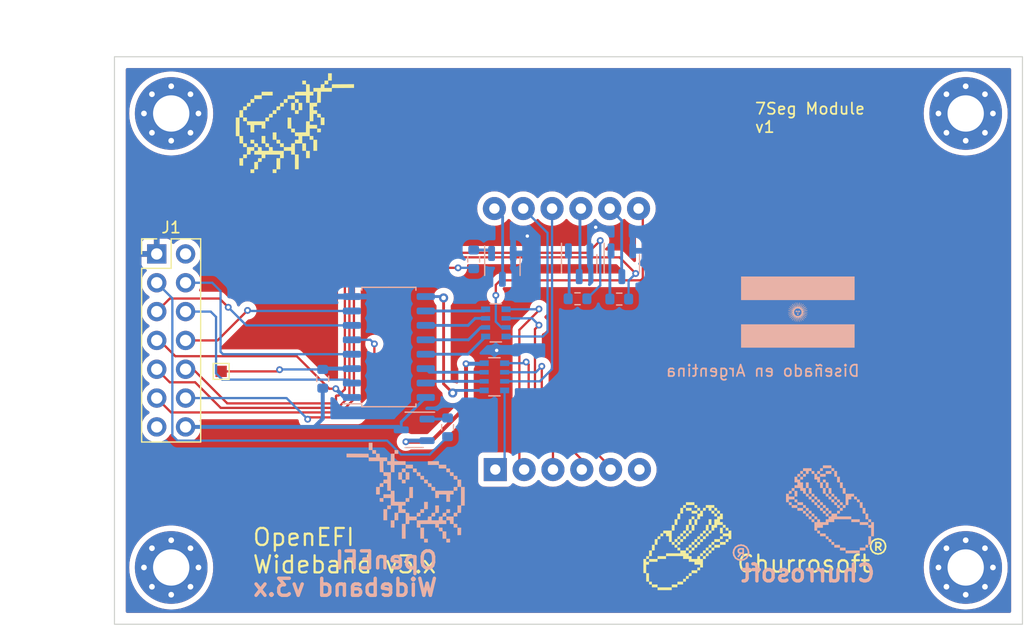
<source format=kicad_pcb>
(kicad_pcb (version 20240108) (generator "pcbnew") (generator_version "8.0")
  (layers (0 "F.Cu" signal) (31 "B.Cu" signal) (34 "B.Paste" user) (35 "F.Paste" user) (36 "B.SilkS" user "B.Silkscreen") (37 "F.SilkS" user "F.Silkscreen") (38 "B.Mask" user) (39 "F.Mask" user) (44 "Edge.Cuts" user))
  (net 0 "")
  (net 1 "GND")
  (net 2 "/DC")
  (net 3 "+5V")
  (net 4 "/DA")
  (net 5 "/PWM")
  (net 6 "/DB")
  (net 7 "/DD")
  (net 8 "Net-(Q1-B)")
  (net 9 "Net-(Q1-E)")
  (net 10 "Net-(Q2-C)")
  (net 11 "Net-(Q2-B)")
  (net 12 "Net-(U5-~{LT})")
  (net 13 "Net-(Q3-B)")
  (net 14 "Net-(Q3-C)")
  (net 15 "Net-(Q4-B)")
  (net 16 "Net-(Q4-C)")
  (net 17 "/SEG_1")
  (net 18 "/SEG_2")
  (net 19 "/SEG_3")
  (net 20 "/ENABLE")
  (net 21 "+12VA")
  (net 22 "/DP_SEG")
  (net 24 "Net-(RN5-R1.2)")
  (net 25 "Net-(RN5-R3.1)")
  (net 26 "Net-(RN5-R4.1)")
  (net 27 "Net-(RN5-R3.2)")
  (net 28 "Net-(RN5-R2.1)")
  (net 29 "Net-(RN5-R1.1)")
  (net 30 "Net-(RN5-R4.2)")
  (net 31 "Net-(RN5-R2.2)")
  (net 32 "Net-(RN6-R2.1)")
  (net 33 "Net-(RN6-R4.2)")
  (net 34 "Net-(RN6-R1.2)")
  (net 35 "Net-(RN6-R1.1)")
  (net 36 "Net-(RN6-R2.2)")
  (net 37 "Net-(RN6-R3.2)")
  (net 38 "Net-(RN6-R3.1)")
  (footprint "LOGO" (layer "F.Cu") (at 141.564 81.395)
    (property "Reference" "G***" (hide yes))
    (property "Value" "LOGO" (hide yes))
  )
  (footprint "MountingHole:MountingHole_3.2mm_M3_Pad_Via" (layer "F.Cu") (at 130.664 80.395)
    (property "Reference" "H2" (hide yes))
    (property "Value" "MountingHole")
    (pad "1" thru_hole circle (at -2.4 0) (size 0.8 0.8) (drill 0.5) (layers "*.Cu" "*.Mask"))
    (pad "1" thru_hole circle (at -1.697056 -1.697056) (size 0.8 0.8) (drill 0.5) (layers "*.Cu" "*.Mask"))
    (pad "1" thru_hole circle (at -1.697056 1.697056) (size 0.8 0.8) (drill 0.5) (layers "*.Cu" "*.Mask"))
    (pad "1" thru_hole circle (at 0 -2.4) (size 0.8 0.8) (drill 0.5) (layers "*.Cu" "*.Mask"))
    (pad "1" thru_hole circle (at 0 0) (size 6.4 6.4) (drill 3.2) (layers "*.Cu" "*.Mask"))
    (pad "1" thru_hole circle (at 0 2.4) (size 0.8 0.8) (drill 0.5) (layers "*.Cu" "*.Mask"))
    (pad "1" thru_hole circle (at 1.697056 -1.697056) (size 0.8 0.8) (drill 0.5) (layers "*.Cu" "*.Mask"))
    (pad "1" thru_hole circle (at 1.697056 1.697056) (size 0.8 0.8) (drill 0.5) (layers "*.Cu" "*.Mask"))
    (pad "1" thru_hole circle (at 2.4 0) (size 0.8 0.8) (drill 0.5) (layers "*.Cu" "*.Mask"))
  )
  (footprint "LOGO" (layer "F.Cu") (at 176.264 118.395)
    (property "Reference" "G***" (hide yes))
    (property "Value" "LOGO" (hide yes))
  )
  (footprint "Connector_PinHeader_2.00mm:PinHeader_2x12_P2.00mm_Vertical" (layer "F.Cu") (at 163.679 99.77)
    (property "Reference" "U1" (hide yes))
    (property "Value" "~" (hide yes))
    (pad "1" thru_hole rect (at -4.460001 11.999999) (size 2.032 2.032) (drill 0.9144) (layers "*.Cu" "*.Mask") (net 34 "Net-(RN6-R1.2)"))
    (pad "2" thru_hole circle (at -1.920001 12) (size 2.032 2.032) (drill 0.9144) (layers "*.Cu" "*.Mask") (net 30 "Net-(RN5-R4.2)"))
    (pad "3" thru_hole circle (at 0.619999 12) (size 2.032 2.032) (drill 0.9144) (layers "*.Cu" "*.Mask") (net 33 "Net-(RN6-R4.2)"))
    (pad "4" thru_hole circle (at 3.16 12) (size 2.032 2.032) (drill 0.9144) (layers "*.Cu" "*.Mask") (net 27 "Net-(RN5-R3.2)"))
    (pad "5" thru_hole circle (at 5.699999 11.999999) (size 2.032 2.032) (drill 0.9144) (layers "*.Cu" "*.Mask") (net 37 "Net-(RN6-R3.2)"))
    (pad "6" thru_hole circle (at 8.239999 12) (size 2.032 2.032) (drill 0.9144) (layers "*.Cu" "*.Mask"))
    (pad "7" thru_hole circle (at 8.16 -11) (size 2.032 2.032) (drill 0.9144) (layers "*.Cu" "*.Mask") (net 31 "Net-(RN5-R2.2)"))
    (pad "8" thru_hole circle (at 5.620001 -11) (size 2.032 2.032) (drill 0.9144) (layers "*.Cu" "*.Mask") (net 16 "Net-(Q4-C)"))
    (pad "9" thru_hole circle (at 3.080001 -11) (size 2.032 2.032) (drill 0.9144) (layers "*.Cu" "*.Mask") (net 14 "Net-(Q3-C)"))
    (pad "10" thru_hole circle (at 0.54 -11) (size 2.032 2.032) (drill 0.9144) (layers "*.Cu" "*.Mask") (net 36 "Net-(RN6-R2.2)"))
    (pad "11" thru_hole circle (at -2 -11) (size 2.032 2.032) (drill 0.9144) (layers "*.Cu" "*.Mask") (net 24 "Net-(RN5-R1.2)"))
    (pad "12" thru_hole circle (at -4.54 -11) (size 2.032 2.032) (drill 0.9144) (layers "*.Cu" "*.Mask") (net 10 "Net-(Q2-C)"))
  )
  (footprint "TestPoint:TestPoint_Pad_1.0x1.0mm" (layer "F.Cu") (at 135.064 103.12)
    (property "Reference" "TP3" (hide yes))
    (property "Value" "TestPoint")
    (pad "1" smd rect (at 0 0) (size 1 1) (layers "F.Cu" "F.Mask") (net 12 "Net-(U5-~{LT})"))
  )
  (footprint "MountingHole:MountingHole_3.2mm_M3_Pad_Via" (layer "F.Cu") (at 130.664 120.395)
    (property "Reference" "H3" (hide yes))
    (property "Value" "MountingHole")
    (pad "1" thru_hole circle (at -2.4 0) (size 0.8 0.8) (drill 0.5) (layers "*.Cu" "*.Mask"))
    (pad "1" thru_hole circle (at -1.697056 -1.697056) (size 0.8 0.8) (drill 0.5) (layers "*.Cu" "*.Mask"))
    (pad "1" thru_hole circle (at -1.697056 1.697056) (size 0.8 0.8) (drill 0.5) (layers "*.Cu" "*.Mask"))
    (pad "1" thru_hole circle (at 0 -2.4) (size 0.8 0.8) (drill 0.5) (layers "*.Cu" "*.Mask"))
    (pad "1" thru_hole circle (at 0 0) (size 6.4 6.4) (drill 3.2) (layers "*.Cu" "*.Mask"))
    (pad "1" thru_hole circle (at 0 2.4) (size 0.8 0.8) (drill 0.5) (layers "*.Cu" "*.Mask"))
    (pad "1" thru_hole circle (at 1.697056 -1.697056) (size 0.8 0.8) (drill 0.5) (layers "*.Cu" "*.Mask"))
    (pad "1" thru_hole circle (at 1.697056 1.697056) (size 0.8 0.8) (drill 0.5) (layers "*.Cu" "*.Mask"))
    (pad "1" thru_hole circle (at 2.4 0) (size 0.8 0.8) (drill 0.5) (layers "*.Cu" "*.Mask"))
  )
  (footprint "MountingHole:MountingHole_3.2mm_M3_Pad_Via" (layer "F.Cu") (at 200.664 120.395)
    (property "Reference" "H4" (hide yes))
    (property "Value" "MountingHole")
    (pad "1" thru_hole circle (at -2.4 0) (size 0.8 0.8) (drill 0.5) (layers "*.Cu" "*.Mask"))
    (pad "1" thru_hole circle (at -1.697056 -1.697056) (size 0.8 0.8) (drill 0.5) (layers "*.Cu" "*.Mask"))
    (pad "1" thru_hole circle (at -1.697056 1.697056) (size 0.8 0.8) (drill 0.5) (layers "*.Cu" "*.Mask"))
    (pad "1" thru_hole circle (at 0 -2.4) (size 0.8 0.8) (drill 0.5) (layers "*.Cu" "*.Mask"))
    (pad "1" thru_hole circle (at 0 0) (size 6.4 6.4) (drill 3.2) (layers "*.Cu" "*.Mask"))
    (pad "1" thru_hole circle (at 0 2.4) (size 0.8 0.8) (drill 0.5) (layers "*.Cu" "*.Mask"))
    (pad "1" thru_hole circle (at 1.697056 -1.697056) (size 0.8 0.8) (drill 0.5) (layers "*.Cu" "*.Mask"))
    (pad "1" thru_hole circle (at 1.697056 1.697056) (size 0.8 0.8) (drill 0.5) (layers "*.Cu" "*.Mask"))
    (pad "1" thru_hole circle (at 2.4 0) (size 0.8 0.8) (drill 0.5) (layers "*.Cu" "*.Mask"))
  )
  (footprint "MountingHole:MountingHole_3.2mm_M3_Pad_Via" (layer "F.Cu") (at 200.664 80.395)
    (property "Reference" "H1" (hide yes))
    (property "Value" "MountingHole")
    (pad "1" thru_hole circle (at -2.4 0) (size 0.8 0.8) (drill 0.5) (layers "*.Cu" "*.Mask"))
    (pad "1" thru_hole circle (at -1.697056 -1.697056) (size 0.8 0.8) (drill 0.5) (layers "*.Cu" "*.Mask"))
    (pad "1" thru_hole circle (at -1.697056 1.697056) (size 0.8 0.8) (drill 0.5) (layers "*.Cu" "*.Mask"))
    (pad "1" thru_hole circle (at 0 -2.4) (size 0.8 0.8) (drill 0.5) (layers "*.Cu" "*.Mask"))
    (pad "1" thru_hole circle (at 0 0) (size 6.4 6.4) (drill 3.2) (layers "*.Cu" "*.Mask"))
    (pad "1" thru_hole circle (at 0 2.4) (size 0.8 0.8) (drill 0.5) (layers "*.Cu" "*.Mask"))
    (pad "1" thru_hole circle (at 1.697056 -1.697056) (size 0.8 0.8) (drill 0.5) (layers "*.Cu" "*.Mask"))
    (pad "1" thru_hole circle (at 1.697056 1.697056) (size 0.8 0.8) (drill 0.5) (layers "*.Cu" "*.Mask"))
    (pad "1" thru_hole circle (at 2.4 0) (size 0.8 0.8) (drill 0.5) (layers "*.Cu" "*.Mask"))
  )
  (footprint "Connector_PinHeader_2.54mm:PinHeader_2x07_P2.54mm_Vertical" (layer "F.Cu") (at 129.389 92.77)
    (property "Reference" "J1" (at 1.27 -2.33 0) (layer "F.SilkS"))
    (property "Value" "Conn_01x14")
    (pad "1" thru_hole rect (at 0 0) (size 1.7 1.7) (drill 1) (layers "*.Cu" "*.Mask") (net 1 "GND"))
    (pad "2" thru_hole oval (at 2.54 0) (size 1.7 1.7) (drill 1) (layers "*.Cu" "*.Mask"))
    (pad "3" thru_hole oval (at 0 2.54) (size 1.7 1.7) (drill 1) (layers "*.Cu" "*.Mask") (net 22 "/DP_SEG"))
    (pad "4" thru_hole oval (at 2.54 2.54) (size 1.7 1.7) (drill 1) (layers "*.Cu" "*.Mask") (net 5 "/PWM"))
    (pad "5" thru_hole oval (at 0 5.08) (size 1.7 1.7) (drill 1) (layers "*.Cu" "*.Mask") (net 7 "/DD"))
    (pad "6" thru_hole oval (at 2.54 5.08) (size 1.7 1.7) (drill 1) (layers "*.Cu" "*.Mask") (net 2 "/DC"))
    (pad "7" thru_hole oval (at 0 7.62) (size 1.7 1.7) (drill 1) (layers "*.Cu" "*.Mask") (net 6 "/DB"))
    (pad "8" thru_hole oval (at 2.54 7.62) (size 1.7 1.7) (drill 1) (layers "*.Cu" "*.Mask") (net 4 "/DA"))
    (pad "9" thru_hole oval (at 0 10.16) (size 1.7 1.7) (drill 1) (layers "*.Cu" "*.Mask") (net 19 "/SEG_3"))
    (pad "10" thru_hole oval (at 2.54 10.16) (size 1.7 1.7) (drill 1) (layers "*.Cu" "*.Mask") (net 18 "/SEG_2"))
    (pad "11" thru_hole oval (at 0 12.7) (size 1.7 1.7) (drill 1) (layers "*.Cu" "*.Mask") (net 17 "/SEG_1"))
    (pad "12" thru_hole oval (at 2.54 12.7) (size 1.7 1.7) (drill 1) (layers "*.Cu" "*.Mask") (net 20 "/ENABLE"))
    (pad "13" thru_hole oval (at 0 15.24) (size 1.7 1.7) (drill 1) (layers "*.Cu" "*.Mask") (net 21 "+12VA"))
    (pad "14" thru_hole oval (at 2.54 15.24) (size 1.7 1.7) (drill 1) (layers "*.Cu" "*.Mask") (net 3 "+5V"))
  )
  (footprint "Resistor_SMD:R_0603_1608Metric" (layer "B.Cu") (at 170.139 96.745 180)
    (property "Reference" "R5" (hide yes))
    (property "Value" "10k")
    (pad "1" smd roundrect (at -0.825 0 180) (size 0.8 0.95) (layers "B.Cu" "B.Paste" "B.Mask") (net 19 "/SEG_3"))
    (pad "2" smd roundrect (at 0.825 0 180) (size 0.8 0.95) (layers "B.Cu" "B.Paste" "B.Mask") (net 15 "Net-(Q4-B)"))
  )
  (footprint "Resistor_SMD:R_0603_1608Metric" (layer "B.Cu") (at 144.014 103.77 90)
    (property "Reference" "R3" (hide yes))
    (property "Value" "10k")
    (pad "1" smd roundrect (at -0.825 0 90) (size 0.8 0.95) (layers "B.Cu" "B.Paste" "B.Mask") (net 3 "+5V"))
    (pad "2" smd roundrect (at 0.825 0 90) (size 0.8 0.95) (layers "B.Cu" "B.Paste" "B.Mask") (net 12 "Net-(U5-~{LT})"))
  )
  (footprint "Resistor_SMD:R_Array_Convex_4x0603" (layer "B.Cu") (at 159.264 98.845)
    (property "Reference" "RN5" (hide yes))
    (property "Value" "1K")
    (pad "1" smd rect (at -0.9 1.2) (size 0.8 0.5) (layers "B.Cu" "B.Paste" "B.Mask") (net 29 "Net-(RN5-R1.1)"))
    (pad "2" smd rect (at -0.9 0.4) (size 0.8 0.4) (layers "B.Cu" "B.Paste" "B.Mask") (net 28 "Net-(RN5-R2.1)"))
    (pad "3" smd rect (at -0.9 -0.4) (size 0.8 0.4) (layers "B.Cu" "B.Paste" "B.Mask") (net 25 "Net-(RN5-R3.1)"))
    (pad "4" smd rect (at -0.9 -1.2) (size 0.8 0.5) (layers "B.Cu" "B.Paste" "B.Mask") (net 26 "Net-(RN5-R4.1)"))
    (pad "5" smd rect (at 0.9 -1.2) (size 0.8 0.5) (layers "B.Cu" "B.Paste" "B.Mask") (net 30 "Net-(RN5-R4.2)"))
    (pad "6" smd rect (at 0.9 -0.4) (size 0.8 0.4) (layers "B.Cu" "B.Paste" "B.Mask") (net 27 "Net-(RN5-R3.2)"))
    (pad "7" smd rect (at 0.9 0.4) (size 0.8 0.4) (layers "B.Cu" "B.Paste" "B.Mask") (net 31 "Net-(RN5-R2.2)"))
    (pad "8" smd rect (at 0.9 1.2) (size 0.8 0.5) (layers "B.Cu" "B.Paste" "B.Mask") (net 24 "Net-(RN5-R1.2)"))
  )
  (footprint "Resistor_SMD:R_0603_1608Metric" (layer "B.Cu") (at 166.464 96.72 180)
    (property "Reference" "R2" (hide yes))
    (property "Value" "10k")
    (pad "1" smd roundrect (at -0.825 0 180) (size 0.8 0.95) (layers "B.Cu" "B.Paste" "B.Mask") (net 18 "/SEG_2"))
    (pad "2" smd roundrect (at 0.825 0 180) (size 0.8 0.95) (layers "B.Cu" "B.Paste" "B.Mask") (net 13 "Net-(Q3-B)"))
  )
  (footprint "Resistor_SMD:R_Array_Convex_4x0603" (layer "B.Cu") (at 159.139 103.595)
    (property "Reference" "RN6" (hide yes))
    (property "Value" "1K")
    (pad "1" smd rect (at -0.9 1.2) (size 0.8 0.5) (layers "B.Cu" "B.Paste" "B.Mask") (net 35 "Net-(RN6-R1.1)"))
    (pad "2" smd rect (at -0.9 0.4) (size 0.8 0.4) (layers "B.Cu" "B.Paste" "B.Mask") (net 32 "Net-(RN6-R2.1)"))
    (pad "3" smd rect (at -0.9 -0.4) (size 0.8 0.4) (layers "B.Cu" "B.Paste" "B.Mask") (net 38 "Net-(RN6-R3.1)"))
    (pad "4" smd rect (at -0.9 -1.2) (size 0.8 0.5) (layers "B.Cu" "B.Paste" "B.Mask") (net 9 "Net-(Q1-E)"))
    (pad "5" smd rect (at 0.9 -1.2) (size 0.8 0.5) (layers "B.Cu" "B.Paste" "B.Mask") (net 33 "Net-(RN6-R4.2)"))
    (pad "6" smd rect (at 0.9 -0.4) (size 0.8 0.4) (layers "B.Cu" "B.Paste" "B.Mask") (net 37 "Net-(RN6-R3.2)"))
    (pad "7" smd rect (at 0.9 0.4) (size 0.8 0.4) (layers "B.Cu" "B.Paste" "B.Mask") (net 36 "Net-(RN6-R2.2)"))
    (pad "8" smd rect (at 0.9 1.2) (size 0.8 0.5) (layers "B.Cu" "B.Paste" "B.Mask") (net 34 "Net-(RN6-R1.2)"))
  )
  (footprint "Package_TO_SOT_SMD:SOT-23-3" (layer "B.Cu") (at 166.6088 93.6322 -90)
    (property "Reference" "Q3" (hide yes))
    (property "Value" "SS8050")
    (pad "1" smd roundrect (at -1.1375 0.949999 270) (size 1.325 0.6) (layers "B.Cu" "B.Paste" "B.Mask") (net 13 "Net-(Q3-B)"))
    (pad "2" smd roundrect (at -1.1375 -0.949999 270) (size 1.325 0.6) (layers "B.Cu" "B.Paste" "B.Mask") (net 1 "GND"))
    (pad "3" smd roundrect (at 1.1375 0 270) (size 1.325 0.6) (layers "B.Cu" "B.Paste" "B.Mask") (net 14 "Net-(Q3-C)"))
  )
  (footprint "Package_TO_SOT_SMD:SOT-23-3" (layer "B.Cu") (at 152.071583 108.268915 180)
    (property "Reference" "Q1" (hide yes))
    (property "Value" "SS8050")
    (pad "1" smd roundrect (at -1.1375 0.949999 180) (size 1.325 0.6) (layers "B.Cu" "B.Paste" "B.Mask") (net 8 "Net-(Q1-B)"))
    (pad "2" smd roundrect (at -1.1375 -0.949999 180) (size 1.325 0.6) (layers "B.Cu" "B.Paste" "B.Mask") (net 9 "Net-(Q1-E)"))
    (pad "3" smd roundrect (at 1.1375 0 180) (size 1.325 0.6) (layers "B.Cu" "B.Paste" "B.Mask") (net 3 "+5V"))
  )
  (footprint "Package_SO:SOP-16_4.55x10.3mm_P1.27mm" (layer "B.Cu") (at 149.839 100.97)
    (property "Reference" "U5" (hide yes))
    (property "Value" "4511")
    (pad "1" smd roundrect (at -3.25 4.445001) (size 1.6 0.6) (layers "B.Cu" "B.Paste" "B.Mask") (net 6 "/DB"))
    (pad "2" smd roundrect (at -3.25 3.175) (size 1.6 0.6) (layers "B.Cu" "B.Paste" "B.Mask") (net 2 "/DC"))
    (pad "3" smd roundrect (at -3.25 1.904999) (size 1.6 0.6) (layers "B.Cu" "B.Paste" "B.Mask") (net 12 "Net-(U5-~{LT})"))
    (pad "4" smd roundrect (at -3.25 0.635) (size 1.6 0.6) (layers "B.Cu" "B.Paste" "B.Mask") (net 5 "/PWM"))
    (pad "5" smd roundrect (at -3.25 -0.635) (size 1.6 0.6) (layers "B.Cu" "B.Paste" "B.Mask") (net 20 "/ENABLE"))
    (pad "6" smd roundrect (at -3.25 -1.904999) (size 1.6 0.6) (layers "B.Cu" "B.Paste" "B.Mask") (net 7 "/DD"))
    (pad "7" smd roundrect (at -3.25 -3.175) (size 1.6 0.6) (layers "B.Cu" "B.Paste" "B.Mask") (net 4 "/DA"))
    (pad "8" smd roundrect (at -3.25 -4.445001) (size 1.6 0.6) (layers "B.Cu" "B.Paste" "B.Mask") (net 1 "GND"))
    (pad "9" smd roundrect (at 3.25 -4.445001) (size 1.6 0.6) (layers "B.Cu" "B.Paste" "B.Mask") (net 35 "Net-(RN6-R1.1)"))
    (pad "10" smd roundrect (at 3.25 -3.175) (size 1.6 0.6) (layers "B.Cu" "B.Paste" "B.Mask") (net 26 "Net-(RN5-R4.1)"))
    (pad "11" smd roundrect (at 3.25 -1.904999) (size 1.6 0.6) (layers "B.Cu" "B.Paste" "B.Mask") (net 25 "Net-(RN5-R3.1)"))
    (pad "12" smd roundrect (at 3.25 -0.635) (size 1.6 0.6) (layers "B.Cu" "B.Paste" "B.Mask") (net 28 "Net-(RN5-R2.1)"))
    (pad "13" smd roundrect (at 3.25 0.635) (size 1.6 0.6) (layers "B.Cu" "B.Paste" "B.Mask") (net 29 "Net-(RN5-R1.1)"))
    (pad "14" smd roundrect (at 3.25 1.904999) (size 1.6 0.6) (layers "B.Cu" "B.Paste" "B.Mask") (net 38 "Net-(RN6-R3.1)"))
    (pad "15" smd roundrect (at 3.25 3.175) (size 1.6 0.6) (layers "B.Cu" "B.Paste" "B.Mask") (net 32 "Net-(RN6-R2.1)"))
    (pad "16" smd roundrect (at 3.25 4.445001) (size 1.6 0.6) (layers "B.Cu" "B.Paste" "B.Mask") (net 3 "+5V"))
  )
  (footprint "LOGO" (layer "B.Cu") (at 185.874 97.885 180)
    (property "Reference" "G***" (hide yes))
    (property "Value" "LOGO" (hide yes))
  )
  (footprint "Package_TO_SOT_SMD:SOT-23-3" (layer "B.Cu") (at 159.8419 93.8658 -90)
    (property "Reference" "Q2" (hide yes))
    (property "Value" "SS8050")
    (pad "1" smd roundrect (at -1.1375 0.949999 270) (size 1.325 0.6) (layers "B.Cu" "B.Paste" "B.Mask") (net 11 "Net-(Q2-B)"))
    (pad "2" smd roundrect (at -1.1375 -0.949999 270) (size 1.325 0.6) (layers "B.Cu" "B.Paste" "B.Mask") (net 1 "GND"))
    (pad "3" smd roundrect (at 1.1375 0 270) (size 1.325 0.6) (layers "B.Cu" "B.Paste" "B.Mask") (net 10 "Net-(Q2-C)"))
  )
  (footprint "LOGO" (layer "B.Cu") (at 188.5818 115.148 180)
    (property "Reference" "G***" (hide yes))
    (property "Value" "LOGO" (hide yes))
  )
  (footprint "Resistor_SMD:R_0603_1608Metric" (layer "B.Cu") (at 155.014 108.045 90)
    (property "Reference" "R4" (hide yes))
    (property "Value" "10k")
    (pad "1" smd roundrect (at -0.825 0 90) (size 0.8 0.95) (layers "B.Cu" "B.Paste" "B.Mask") (net 22 "/DP_SEG"))
    (pad "2" smd roundrect (at 0.825 0 90) (size 0.8 0.95) (layers "B.Cu" "B.Paste" "B.Mask") (net 8 "Net-(Q1-B)"))
  )
  (footprint "LOGO" (layer "B.Cu") (at 151.318 113.945658 180)
    (property "Reference" "G***" (hide yes))
    (property "Value" "LOGO" (hide yes))
  )
  (footprint "Package_TO_SOT_SMD:SOT-23-3" (layer "B.Cu") (at 170.368 93.6322 -90)
    (property "Reference" "Q4" (hide yes))
    (property "Value" "SS8050")
    (pad "1" smd roundrect (at -1.1375 0.949999 270) (size 1.325 0.6) (layers "B.Cu" "B.Paste" "B.Mask") (net 15 "Net-(Q4-B)"))
    (pad "2" smd roundrect (at -1.1375 -0.949999 270) (size 1.325 0.6) (layers "B.Cu" "B.Paste" "B.Mask") (net 1 "GND"))
    (pad "3" smd roundrect (at 1.1375 0 270) (size 1.325 0.6) (layers "B.Cu" "B.Paste" "B.Mask") (net 16 "Net-(Q4-C)"))
  )
  (footprint "Resistor_SMD:R_0603_1608Metric" (layer "B.Cu") (at 157.314 93.245 90)
    (property "Reference" "R1" (hide yes))
    (property "Value" "10k")
    (pad "1" smd roundrect (at -0.825 0 90) (size 0.8 0.95) (layers "B.Cu" "B.Paste" "B.Mask") (net 17 "/SEG_1"))
    (pad "2" smd roundrect (at 0.825 0 90) (size 0.8 0.95) (layers "B.Cu" "B.Paste" "B.Mask") (net 11 "Net-(Q2-B)"))
  )
  (gr_rect (start 125.664 75.395) (end 205.664 125.395) (stroke (width 0.1)) (fill none) (layer "Edge.Cuts"))
  (gr_text "OpenEFI\nWideband v3.x" (at 154.2644 123.0454 0) (layer "B.SilkS") (effects (font (size 1.5 1.5) (thickness 0.3)) (justify left bottom mirror)))
  (gr_text "Churrosoft" (at 192.8216 121.7754 0) (layer "B.SilkS") (effects (font (size 1.5 1.5) (thickness 0.3)) (justify left bottom mirror)))
  (gr_text "Diseñado en Argentina" (at 191.404 103.655 0) (layer "B.SilkS") (effects (font (size 1 1)) (justify left bottom mirror)))
  (gr_text "®" (at 181.8234 119.6926 -0) (layer "B.SilkS") (effects (font (size 1 1)) (justify left bottom mirror)))
  (gr_text "®" (at 191.989 119.145 0) (layer "F.SilkS") (effects (font (size 1 1)) (justify left bottom)))
  (gr_text "Churrosoft" (at 180.4042 120.9532 0) (layer "F.SilkS") (effects (font (size 1.5 1.5) (thickness 0.2)) (justify left bottom)))
  (gr_text "7Seg Module\nv1" (at 182.014 82.17 0) (layer "F.SilkS") (effects (font (size 1 1)) (justify left bottom)))
  (gr_text "OpenEFI\nWideband v3.x" (at 137.739 121.02 0) (layer "F.SilkS") (effects (font (size 1.5 1.5) (thickness 0.2)) (justify left bottom)))
  (via (at 159.339 101.27) (size 0.6) (drill 0.3) (layers "F.Cu" "B.Cu") (net 1))
  (via (at 162.039 91.195) (size 0.6) (drill 0.3) (layers "F.Cu" "B.Cu") (net 1))
  (via (at 168.064 90.42) (size 0.6) (drill 0.3) (layers "F.Cu" "B.Cu") (net 1))
  (segment (start 146.289001 103.845001) (end 135.164001 103.845001) (width 0.2) (layer "B.Cu") (net 2))
  (segment (start 134.614 103.295) (end 134.614 98.32) (width 0.2) (layer "B.Cu") (net 2))
  (segment (start 134.614 98.32) (end 134.144 97.85) (width 0.2) (layer "B.Cu") (net 2))
  (segment (start 134.144 97.85) (end 131.929 97.85) (width 0.2) (layer "B.Cu") (net 2))
  (segment (start 135.164001 103.845001) (end 134.614 103.295) (width 0.2) (layer "B.Cu") (net 2))
  (segment (start 146.589 104.145) (end 146.289001 103.845001) (width 0.2) (layer "B.Cu") (net 2))
  (segment (start 150.934083 108.268915) (end 150.934083 107.569918) (width 0.25) (layer "B.Cu") (net 3))
  (segment (start 150.934083 107.569918) (end 153.089 105.415001) (width 0.25) (layer "B.Cu") (net 3))
  (segment (start 143.289 108.01) (end 150.675168 108.01) (width 0.35) (layer "B.Cu") (net 3))
  (segment (start 150.675168 108.01) (end 150.934083 108.268915) (width 0.35) (layer "B.Cu") (net 3))
  (segment (start 144.014 104.595) (end 144.014 107.285) (width 0.35) (layer "B.Cu") (net 3))
  (segment (start 131.929 108.01) (end 143.289 108.01) (width 0.35) (layer "B.Cu") (net 3))
  (segment (start 144.014 107.285) (end 143.289 108.01) (width 0.35) (layer "B.Cu") (net 3))
  (segment (start 137.389 97.745) (end 134.744 100.39) (width 0.2) (layer "F.Cu") (net 4))
  (segment (start 134.744 100.39) (end 131.929 100.39) (width 0.2) (layer "F.Cu") (net 4))
  (via (at 137.389 97.745) (size 0.6) (drill 0.3) (layers "F.Cu" "B.Cu") (net 4))
  (segment (start 137.439 97.795) (end 137.389 97.745) (width 0.2) (layer "B.Cu") (net 4))
  (segment (start 146.589 97.795) (end 137.439 97.795) (width 0.2) (layer "B.Cu") (net 4))
  (segment (start 135.224 101.605) (end 135.014 101.395) (width 0.2) (layer "B.Cu") (net 5))
  (segment (start 135.014 96.045) (end 134.279 95.31) (width 0.2) (layer "B.Cu") (net 5))
  (segment (start 134.279 95.31) (end 131.929 95.31) (width 0.2) (layer "B.Cu") (net 5))
  (segment (start 135.014 101.395) (end 135.014 96.045) (width 0.2) (layer "B.Cu") (net 5))
  (segment (start 146.589 101.605) (end 135.224 101.605) (width 0.2) (layer "B.Cu") (net 5))
  (segment (start 131.024 101.78) (end 129.634 100.39) (width 0.2) (layer "F.Cu") (net 6))
  (segment (start 145.164 104.645) (end 144.589 104.645) (width 0.2) (layer "F.Cu") (net 6))
  (segment (start 141.724 101.78) (end 131.024 101.78) (width 0.2) (layer "F.Cu") (net 6))
  (segment (start 129.634 100.39) (end 129.389 100.39) (width 0.2) (layer "F.Cu") (net 6))
  (segment (start 144.589 104.645) (end 141.724 101.78) (width 0.2) (layer "F.Cu") (net 6))
  (via (at 145.164 104.645) (size 0.6) (drill 0.3) (layers "F.Cu" "B.Cu") (net 6))
  (segment (start 145.934001 105.415001) (end 146.589 105.415001) (width 0.35) (layer "B.Cu") (net 6))
  (segment (start 145.164 104.645) (end 145.934001 105.415001) (width 0.35) (layer "B.Cu") (net 6))
  (segment (start 135.689 97.47) (end 134.919 96.7) (width 0.2) (layer "F.Cu") (net 7))
  (segment (start 130.539 96.7) (end 129.389 97.85) (width 0.2) (layer "F.Cu") (net 7))
  (segment (start 134.919 96.7) (end 130.539 96.7) (width 0.2) (layer "F.Cu") (net 7))
  (via (at 135.689 97.47) (size 0.6) (drill 0.3) (layers "F.Cu" "B.Cu") (net 7))
  (segment (start 137.284001 99.065001) (end 135.689 97.47) (width 0.2) (layer "B.Cu") (net 7))
  (segment (start 146.589 99.065001) (end 137.284001 99.065001) (width 0.2) (layer "B.Cu") (net 7))
  (segment (start 153.209083 107.318916) (end 154.915084 107.318916) (width 0.25) (layer "B.Cu") (net 8))
  (segment (start 154.915084 107.318916) (end 155.014 107.22) (width 0.25) (layer "B.Cu") (net 8))
  (segment (start 156.639 106.22) (end 156.639 102.445) (width 0.35) (layer "F.Cu") (net 9))
  (segment (start 153.539 109.32) (end 156.639 106.22) (width 0.35) (layer "F.Cu") (net 9))
  (segment (start 151.339 109.32) (end 153.539 109.32) (width 0.35) (layer "F.Cu") (net 9))
  (via (at 156.639 102.445) (size 0.6) (drill 0.3) (layers "F.Cu" "B.Cu") (net 9))
  (via (at 151.339 109.32) (size 0.6) (drill 0.3) (layers "F.Cu" "B.Cu") (net 9))
  (segment (start 151.440086 109.218914) (end 151.339 109.32) (width 0.35) (layer "B.Cu") (net 9))
  (segment (start 158.189 102.445) (end 158.239 102.395) (width 0.35) (layer "B.Cu") (net 9))
  (segment (start 153.209083 109.218914) (end 151.440086 109.218914) (width 0.35) (layer "B.Cu") (net 9))
  (segment (start 156.639 102.445) (end 158.189 102.445) (width 0.35) (layer "B.Cu") (net 9))
  (segment (start 159.864 94.9575) (end 159.864 89.495) (width 0.25) (layer "B.Cu") (net 10))
  (segment (start 159.864 89.495) (end 159.139 88.77) (width 0.25) (layer "B.Cu") (net 10))
  (segment (start 158.651501 92.42) (end 158.914001 92.6825) (width 0.25) (layer "B.Cu") (net 11))
  (segment (start 157.314 92.42) (end 158.651501 92.42) (width 0.25) (layer "B.Cu") (net 11))
  (segment (start 135.064 103.12) (end 140.064 103.12) (width 0.2) (layer "F.Cu") (net 12))
  (segment (start 140.064 103.12) (end 140.214 102.97) (width 0.2) (layer "F.Cu") (net 12))
  (via (at 140.214 102.97) (size 0.6) (drill 0.3) (layers "F.Cu" "B.Cu") (net 12))
  (segment (start 140.214 102.97) (end 140.239 102.945) (width 0.2) (layer "B.Cu") (net 12))
  (segment (start 146.589 102.874999) (end 144.084001 102.874999) (width 0.35) (layer "B.Cu") (net 12))
  (segment (start 144.084001 102.874999) (end 144.014 102.945) (width 0.35) (layer "B.Cu") (net 12))
  (segment (start 140.239 102.945) (end 144.014 102.945) (width 0.2) (layer "B.Cu") (net 12))
  (segment (start 165.639 96.645) (end 165.726501 96.557499) (width 0.25) (layer "B.Cu") (net 13))
  (segment (start 165.639 96.72) (end 165.639 96.645) (width 0.25) (layer "B.Cu") (net 13))
  (segment (start 165.726501 96.557499) (end 165.726501 92.6325) (width 0.25) (layer "B.Cu") (net 13))
  (segment (start 166.6765 94.9075) (end 166.6765 88.852501) (width 0.25) (layer "B.Cu") (net 14))
  (segment (start 166.6765 88.852501) (end 166.759001 88.77) (width 0.25) (layer "B.Cu") (net 14))
  (segment (start 169.314 96.745) (end 169.314 92.695001) (width 0.25) (layer "B.Cu") (net 15))
  (segment (start 169.314 92.695001) (end 169.401501 92.6075) (width 0.25) (layer "B.Cu") (net 15))
  (segment (start 170.3515 89.822499) (end 169.299001 88.77) (width 0.25) (layer "B.Cu") (net 16))
  (segment (start 170.3515 94.8825) (end 170.3515 89.822499) (width 0.25) (layer "B.Cu") (net 16))
  (segment (start 146.764 105.57) (end 146.764 95.67) (width 0.2) (layer "F.Cu") (net 17))
  (segment (start 146.764 95.67) (end 148.439 93.995) (width 0.2) (layer "F.Cu") (net 17))
  (segment (start 130.6545 106.7355) (end 145.5985 106.7355) (width 0.2) (layer "F.Cu") (net 17))
  (segment (start 145.5985 106.7355) (end 146.764 105.57) (width 0.2) (layer "F.Cu") (net 17))
  (segment (start 129.389 105.47) (end 130.6545 106.7355) (width 0.2) (layer "F.Cu") (net 17))
  (segment (start 148.439 93.995) (end 155.939 93.995) (width 0.2) (layer "F.Cu") (net 17))
  (via (at 155.939 93.995) (size 0.6) (drill 0.3) (layers "F.Cu" "B.Cu") (net 17))
  (segment (start 157.239 93.995) (end 157.314 94.07) (width 0.2) (layer "B.Cu") (net 17))
  (segment (start 155.939 93.995) (end 157.239 93.995) (width 0.2) (layer "B.Cu") (net 17))
  (segment (start 145.412529 105.245) (end 145.239 105.245) (width 0.2) (layer "F.Cu") (net 18))
  (segment (start 145.239 105.245) (end 145.182814 105.301186) (width 0.2) (layer "F.Cu") (net 18))
  (segment (start 148.623315 92.67) (end 145.964 95.329314) (width 0.2) (layer "F.Cu") (net 18))
  (segment (start 168.464 91.595) (end 167.389 92.67) (width 0.2) (layer "F.Cu") (net 18))
  (segment (start 145.964 95.329314) (end 145.964 104.693529) (width 0.2) (layer "F.Cu") (net 18))
  (segment (start 145.964 104.693529) (end 145.412529 105.245) (width 0.2) (layer "F.Cu") (net 18))
  (segment (start 145.182814 105.9355) (end 135.6045 105.9355) (width 0.2) (layer "F.Cu") (net 18))
  (segment (start 132.599 102.93) (end 131.929 102.93) (width 0.2) (layer "F.Cu") (net 18))
  (segment (start 145.182814 105.301186) (end 145.182814 105.9355) (width 0.2) (layer "F.Cu") (net 18))
  (segment (start 135.6045 105.9355) (end 132.599 102.93) (width 0.2) (layer "F.Cu") (net 18))
  (segment (start 167.389 92.67) (end 148.623315 92.67) (width 0.2) (layer "F.Cu") (net 18))
  (via (at 168.464 91.595) (size 0.6) (drill 0.3) (layers "F.Cu" "B.Cu") (net 18))
  (segment (start 168.464 91.595) (end 168.464 95.545) (width 0.2) (layer "B.Cu") (net 18))
  (segment (start 168.464 95.545) (end 167.289 96.72) (width 0.2) (layer "B.Cu") (net 18))
  (segment (start 129.389 102.93) (end 130.539 104.08) (width 0.2) (layer "F.Cu") (net 19))
  (segment (start 132.774 104.08) (end 135.0295 106.3355) (width 0.2) (layer "F.Cu") (net 19))
  (segment (start 135.0295 106.3355) (end 145.3485 106.3355) (width 0.2) (layer "F.Cu") (net 19))
  (segment (start 148.789 93.07) (end 170.164 93.07) (width 0.2) (layer "F.Cu") (net 19))
  (segment (start 146.364 95.495) (end 148.789 93.07) (width 0.2) (layer "F.Cu") (net 19))
  (segment (start 130.539 104.08) (end 132.774 104.08) (width 0.2) (layer "F.Cu") (net 19))
  (segment (start 146.364 105.32) (end 146.364 95.495) (width 0.2) (layer "F.Cu") (net 19))
  (segment (start 170.164 93.07) (end 171.589 94.495) (width 0.2) (layer "F.Cu") (net 19))
  (segment (start 145.3485 106.3355) (end 146.364 105.32) (width 0.2) (layer "F.Cu") (net 19))
  (via (at 171.589 94.495) (size 0.6) (drill 0.3) (layers "F.Cu" "B.Cu") (net 19))
  (segment (start 171.589 94.495) (end 170.964 95.12) (width 0.2) (layer "B.Cu") (net 19))
  (segment (start 170.964 95.12) (end 170.964 96.745) (width 0.2) (layer "B.Cu") (net 19))
  (segment (start 142.689 107.335) (end 142.854 107.17) (width 0.2) (layer "F.Cu") (net 20))
  (segment (start 147.089 107.17) (end 148.564 105.695) (width 0.2) (layer "F.Cu") (net 20))
  (segment (start 142.854 107.17) (end 147.089 107.17) (width 0.2) (layer "F.Cu") (net 20))
  (segment (start 148.564 105.695) (end 148.564 100.695) (width 0.2) (layer "F.Cu") (net 20))
  (via (at 142.689 107.335) (size 0.6) (drill 0.3) (layers "F.Cu" "B.Cu") (net 20))
  (via (at 148.564 100.695) (size 0.6) (drill 0.3) (layers "F.Cu" "B.Cu") (net 20))
  (segment (start 148.564 100.695) (end 148.204 100.335) (width 0.2) (layer "B.Cu") (net 20))
  (segment (start 148.204 100.335) (end 146.589 100.335) (width 0.2) (layer "B.Cu") (net 20))
  (segment (start 142.689 107.335) (end 140.824 105.47) (width 0.2) (layer "B.Cu") (net 20))
  (segment (start 140.824 105.47) (end 131.929 105.47) (width 0.2) (layer "B.Cu") (net 20))
  (segment (start 129.389 95.31) (end 130.764 96.685) (width 0.2) (layer "B.Cu") (net 22))
  (segment (start 131.214 109.22) (end 149.689 109.22) (width 0.2) (layer "B.Cu") (net 22))
  (segment (start 130.764 96.685) (end 130.764 108.77) (width 0.2) (layer "B.Cu") (net 22))
  (segment (start 149.689 109.22) (end 150.914 110.445) (width 0.2) (layer "B.Cu") (net 22))
  (segment (start 130.764 108.77) (end 131.214 109.22) (width 0.2) (layer "B.Cu") (net 22))
  (segment (start 150.914 110.445) (end 153.439 110.445) (width 0.2) (layer "B.Cu") (net 22))
  (segment (start 153.439 110.445) (end 155.014 108.87) (width 0.2) (layer "B.Cu") (net 22))
  (segment (start 163.819 99.64) (end 163.819 90.91) (width 0.2) (layer "B.Cu") (net 24))
  (segment (start 160.164 100.045) (end 163.414 100.045) (width 0.2) (layer "B.Cu") (net 24))
  (segment (start 163.414 100.045) (end 163.819 99.64) (width 0.2) (layer "B.Cu") (net 24))
  (segment (start 163.819 90.91) (end 161.679 88.77) (width 0.2) (layer "B.Cu") (net 24))
  (segment (start 158.364 98.445) (end 157.439 98.445) (width 0.25) (layer "B.Cu") (net 25))
  (segment (start 157.439 98.445) (end 156.818999 99.065001) (width 0.25) (layer "B.Cu") (net 25))
  (segment (start 156.818999 99.065001) (end 153.089 99.065001) (width 0.25) (layer "B.Cu") (net 25))
  (segment (start 153.089 97.795) (end 158.214 97.795) (width 0.25) (layer "B.Cu") (net 26))
  (segment (start 158.214 97.795) (end 158.364 97.645) (width 0.25) (layer "B.Cu") (net 26))
  (segment (start 163.064 99.045) (end 162.714 99.395) (width 0.2) (layer "F.Cu") (net 27))
  (segment (start 162.714 99.395) (end 162.714 106.77) (width 0.2) (layer "F.Cu") (net 27))
  (segment (start 166.839 110.895) (end 166.839 111.77) (width 0.2) (layer "F.Cu") (net 27))
  (segment (start 162.714 106.77) (end 166.839 110.895) (width 0.2) (layer "F.Cu") (net 27))
  (via (at 163.064 99.045) (size 0.6) (drill 0.3) (layers "F.Cu" "B.Cu") (net 27))
  (segment (start 163.064 99.045) (end 162.464 98.445) (width 0.2) (layer "B.Cu") (net 27))
  (segment (start 162.464 98.445) (end 160.164 98.445) (width 0.2) (layer "B.Cu") (net 27))
  (segment (start 158.364 99.245) (end 157.939 99.245) (width 0.25) (layer "B.Cu") (net 28))
  (segment (start 157.939 99.245) (end 156.849 100.335) (width 0.25) (layer "B.Cu") (net 28))
  (segment (start 156.849 100.335) (end 153.089 100.335) (width 0.25) (layer "B.Cu") (net 28))
  (segment (start 156.804 101.605) (end 158.364 100.045) (width 0.25) (layer "B.Cu") (net 29))
  (segment (start 153.089 101.605) (end 156.804 101.605) (width 0.25) (layer "B.Cu") (net 29))
  (segment (start 163.064 97.62) (end 163.064 97.735685) (width 0.2) (layer "F.Cu") (net 30))
  (segment (start 161.339 99.460685) (end 161.339 111.350001) (width 0.2) (layer "F.Cu") (net 30))
  (segment (start 161.339 111.350001) (end 161.758999 111.77) (width 0.2) (layer "F.Cu") (net 30))
  (segment (start 163.064 97.735685) (end 161.339 99.460685) (width 0.2) (layer "F.Cu") (net 30))
  (via (at 163.064 97.62) (size 0.6) (drill 0.3) (layers "F.Cu" "B.Cu") (net 30))
  (segment (start 160.164 97.645) (end 163.039 97.645) (width 0.2) (layer "B.Cu") (net 30))
  (segment (start 163.039 97.645) (end 163.064 97.62) (width 0.2) (layer "B.Cu") (net 30))
  (segment (start 159.264 95.495) (end 159.664 95.095) (width 0.2) (layer "F.Cu") (net 31))
  (segment (start 172.214 89.145) (end 171.839 88.77) (width 0.2) (layer "F.Cu") (net 31))
  (segment (start 172.039 95.095) (end 172.214 94.92) (width 0.2) (layer "F.Cu") (net 31))
  (segment (start 172.214 94.92) (end 172.214 89.145) (width 0.2) (layer "F.Cu") (net 31))
  (segment (start 159.664 95.095) (end 172.039 95.095) (width 0.2) (layer "F.Cu") (net 31))
  (segment (start 159.264 96.42) (end 159.264 95.495) (width 0.2) (layer "F.Cu") (net 31))
  (via (at 159.264 96.42) (size 0.6) (drill 0.3) (layers "F.Cu" "B.Cu") (net 31))
  (segment (start 159.264 96.42) (end 159.264 98.745) (width 0.2) (layer "B.Cu") (net 31))
  (segment (start 159.764 99.245) (end 160.164 99.245) (width 0.2) (layer "B.Cu") (net 31))
  (segment (start 159.264 98.745) (end 159.764 99.245) (width 0.2) (layer "B.Cu") (net 31))
  (segment (start 158.239 103.995) (end 153.239 103.995) (width 0.25) (layer "B.Cu") (net 32))
  (segment (start 153.239 103.995) (end 153.089 104.145) (width 0.25) (layer "B.Cu") (net 32))
  (segment (start 161.939 102.295) (end 162.158999 102.514999) (width 0.2) (layer "F.Cu") (net 33))
  (segment (start 164.298999 109.829999) (end 164.298999 111.77) (width 0.2) (layer "F.Cu") (net 33))
  (segment (start 162.158999 107.689999) (end 164.298999 109.829999) (width 0.2) (layer "F.Cu") (net 33))
  (segment (start 162.158999 102.514999) (end 162.158999 107.689999) (width 0.2) (layer "F.Cu") (net 33))
  (via (at 161.939 102.295) (size 0.6) (drill 0.3) (layers "F.Cu" "B.Cu") (net 33))
  (segment (start 161.839 102.395) (end 161.939 102.295) (width 0.2) (layer "B.Cu") (net 33))
  (segment (start 160.039 102.395) (end 161.839 102.395) (width 0.2) (layer "B.Cu") (net 33))
  (segment (start 160.039 110.949998) (end 159.218999 111.769999) (width 0.2) (layer "B.Cu") (net 34))
  (segment (start 160.039 104.795) (end 160.039 110.949998) (width 0.2) (layer "B.Cu") (net 34))
  (segment (start 154.664 104.22) (end 155.464 105.02) (width 0.25) (layer "F.Cu") (net 35))
  (segment (start 154.664 96.645) (end 154.664 104.22) (width 0.25) (layer "F.Cu") (net 35))
  (via (at 154.664 96.645) (size 0.8) (drill 0.4) (layers "F.Cu" "B.Cu") (net 35))
  (via (at 155.464 105.02) (size 0.8) (drill 0.4) (layers "F.Cu" "B.Cu") (net 35))
  (segment (start 155.689 104.795) (end 158.239 104.795) (width 0.25) (layer "B.Cu") (net 35))
  (segment (start 155.464 105.02) (end 155.689 104.795) (width 0.25) (layer "B.Cu") (net 35))
  (segment (start 153.089 96.524999) (end 154.543999 96.524999) (width 0.25) (layer "B.Cu") (net 35))
  (segment (start 154.543999 96.524999) (end 154.664 96.645) (width 0.25) (layer "B.Cu") (net 35))
  (segment (start 164.219 102.915) (end 163.139 103.995) (width 0.2) (layer "B.Cu") (net 36))
  (segment (start 163.139 103.995) (end 160.039 103.995) (width 0.2) (layer "B.Cu") (net 36))
  (segment (start 164.219 88.77) (end 164.219 102.915) (width 0.2) (layer "B.Cu") (net 36))
  (segment (start 163.314 105.495) (end 169.378999 111.559999) (width 0.2) (layer "F.Cu") (net 37))
  (segment (start 169.378999 111.559999) (end 169.378999 111.769999) (width 0.2) (layer "F.Cu") (net 37))
  (segment (start 163.314 102.67) (end 163.314 105.495) (width 0.2) (layer "F.Cu") (net 37))
  (via (at 163.314 102.67) (size 0.6) (drill 0.3) (layers "F.Cu" "B.Cu") (net 37))
  (segment (start 162.789 103.195) (end 163.314 102.67) (width 0.2) (layer "B.Cu") (net 37))
  (segment (start 160.039 103.195) (end 162.789 103.195) (width 0.2) (layer "B.Cu") (net 37))
  (segment (start 153.409001 103.195) (end 158.239 103.195) (width 0.25) (layer "B.Cu") (net 38))
  (segment (start 153.089 102.874999) (end 153.409001 103.195) (width 0.25) (layer "B.Cu") (net 38))
  (zone (net 1) (net_name "GND") (layers "F&B.Cu") (connect_pads (clearance 0.5)) (min_thickness 0.25) (fill yes (thermal_gap 0.5) (thermal_bridge_width 0.5))
    (polygon (pts (xy 126.664 76.395) (xy 204.664 76.395) (xy 204.664 124.395) (xy 126.664 124.395)))
  )
)
</source>
